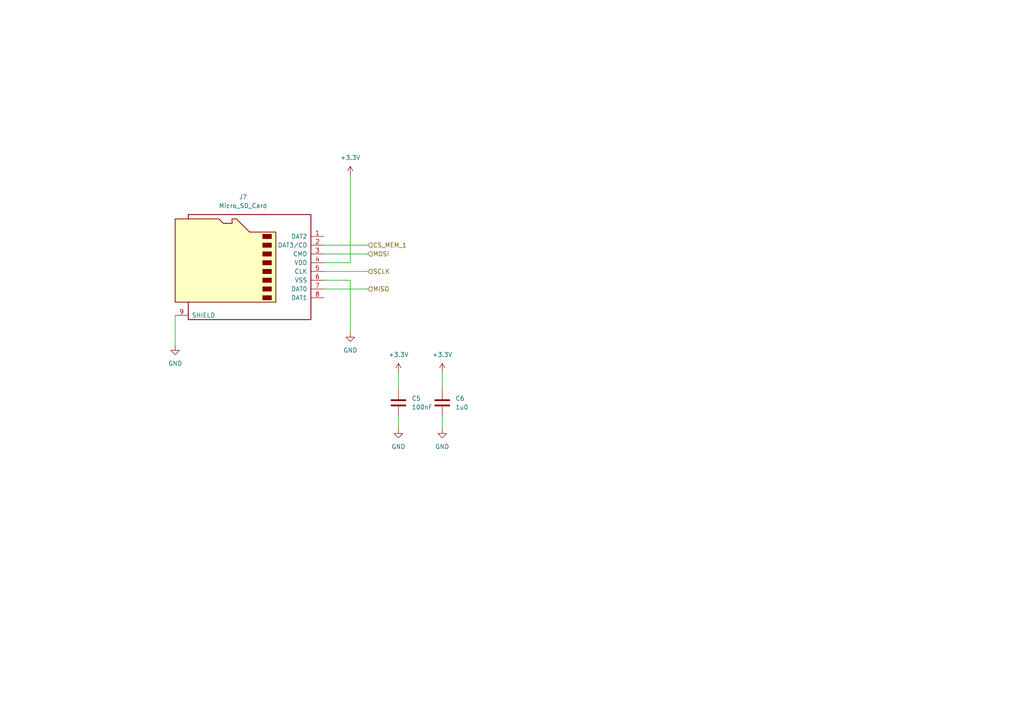
<source format=kicad_sch>
(kicad_sch (version 20231120) (generator "eeschema") (generator_version "8.0")
  (paper "A4")
  (lib_symbols
    (symbol "Connector:Micro_SD_Card" (pin_names (offset 1.016))
      (property "Reference" "J" (at -16.51 15.24 0))
      (property "Value" "Micro_SD_Card" (at 16.51 15.24 0))
      (symbol "Micro_SD_Card_0_1"
        (rectangle (start -7.62 -9.525) (end -5.08 -10.795) (fill (type outline)))
        (rectangle (start -7.62 -6.985) (end -5.08 -8.255) (fill (type outline)))
        (rectangle (start -7.62 -4.445) (end -5.08 -5.715) (fill (type outline)))
        (rectangle (start -7.62 -1.905) (end -5.08 -3.175) (fill (type outline)))
        (rectangle (start -7.62 0.635) (end -5.08 -0.635) (fill (type outline)))
        (rectangle (start -7.62 3.175) (end -5.08 1.905) (fill (type outline)))
        (rectangle (start -7.62 5.715) (end -5.08 4.445) (fill (type outline)))
        (rectangle (start -7.62 8.255) (end -5.08 6.985) (fill (type outline)))
        (polyline (pts (xy 16.51 12.7) (xy 16.51 13.97) (xy -19.05 13.97) (xy -19.05 -16.51) (xy 16.51 -16.51) (xy 16.51 -11.43)) (stroke (width 0.254)))
        (polyline (pts (xy -8.89 -11.43) (xy -8.89 8.89) (xy -1.27 8.89) (xy 2.54 12.7) (xy 3.81 12.7) (xy 3.81 11.43) (xy 6.35 11.43) (xy 7.62 12.7) (xy 20.32 12.7) (xy 20.32 -11.43) (xy -8.89 -11.43)) (stroke (width 0.254)) (fill (type background)))
      )
      (symbol "Micro_SD_Card_1_1"
        (pin bidirectional line (at -22.86 7.62 0) (length 3.81) (name "DAT2") (number "1"))
        (pin bidirectional line (at -22.86 5.08 0) (length 3.81) (name "DAT3/CD") (number "2"))
        (pin input line (at -22.86 2.54 0) (length 3.81) (name "CMD") (number "3"))
        (pin power_in line (at -22.86 0 0) (length 3.81) (name "VDD") (number "4"))
        (pin input line (at -22.86 -2.54 0) (length 3.81) (name "CLK") (number "5"))
        (pin power_in line (at -22.86 -5.08 0) (length 3.81) (name "VSS") (number "6"))
        (pin bidirectional line (at -22.86 -7.62 0) (length 3.81) (name "DAT0") (number "7"))
        (pin bidirectional line (at -22.86 -10.16 0) (length 3.81) (name "DAT1") (number "8"))
        (pin passive line (at 20.32 -15.24 180) (length 3.81) (name "SHIELD") (number "9"))
      )
    )
    (symbol "Device:C" (pin_numbers hide) (pin_names (offset 0.254))
      (property "Reference" "C" (at 0.635 2.54 0))
      (property "Value" "C" (at 0.635 -2.54 0))
      (symbol "C_0_1"
        (polyline (pts (xy -2.032 -0.762) (xy 2.032 -0.762)) (stroke (width 0.508)))
        (polyline (pts (xy -2.032 0.762) (xy 2.032 0.762)) (stroke (width 0.508)))
      )
      (symbol "C_1_1"
        (pin passive line (at 0 3.81 270) (length 2.794) (name "~") (number "1"))
        (pin passive line (at 0 -3.81 90) (length 2.794) (name "~") (number "2"))
      )
    )
    (symbol "power:+3.3V" (power) (pin_numbers hide) (pin_names (offset 0) hide)
      (property "Value" "+3.3V" (at 0 3.556 0))
      (symbol "+3.3V_0_1"
        (polyline (pts (xy -0.762 1.27) (xy 0 2.54)))
        (polyline (pts (xy 0 0) (xy 0 2.54)))
        (polyline (pts (xy 0 2.54) (xy 0.762 1.27)))
      )
      (symbol "+3.3V_1_1"
        (pin power_in line (at 0 0 90) (length 0) (name "~") (number "1"))
      )
    )
    (symbol "power:GND" (power) (pin_numbers hide) (pin_names (offset 0) hide)
      (property "Value" "GND" (at 0 -3.81 0))
      (symbol "GND_0_1"
        (polyline (pts (xy 0 0) (xy 0 -1.27) (xy 1.27 -1.27) (xy 0 -2.54) (xy -1.27 -1.27) (xy 0 -1.27)))
      )
      (symbol "GND_1_1"
        (pin power_in line (at 0 0 270) (length 0) (name "~") (number "1"))
      )
    )
  )
  (wire (pts (xy 93.98 73.66) (xy 106.68 73.66)))
  (wire (pts (xy 101.6 81.28) (xy 101.6 96.52)))
  (wire (pts (xy 50.8 91.44) (xy 50.8 100.33)))
  (wire (pts (xy 128.27 107.95) (xy 128.27 113.03)))
  (wire (pts (xy 115.57 120.65) (xy 115.57 124.46)))
  (wire (pts (xy 93.98 71.12) (xy 106.68 71.12)))
  (wire (pts (xy 93.98 78.74) (xy 106.68 78.74)))
  (wire (pts (xy 115.57 107.95) (xy 115.57 113.03)))
  (wire (pts (xy 101.6 50.8) (xy 101.6 76.2)))
  (wire (pts (xy 93.98 83.82) (xy 106.68 83.82)))
  (wire (pts (xy 128.27 120.65) (xy 128.27 124.46)))
  (wire (pts (xy 93.98 81.28) (xy 101.6 81.28)))
  (wire (pts (xy 93.98 76.2) (xy 101.6 76.2)))
  (hierarchical_label "CS_MEM_1" (shape input) (at 106.68 71.12 0))
  (hierarchical_label "SCLK" (shape input) (at 106.68 78.74 0))
  (hierarchical_label "MISO" (shape input) (at 106.68 83.82 0))
  (hierarchical_label "MOSI" (shape input) (at 106.68 73.66 0))
  (symbol (lib_id "power:GND") (at 101.6 96.52 0) (unit 1)
    (property "Reference" "#PWR012" (effects (hide yes)))
    (property "Value" "GND" (at 101.6 101.6 0))
    (property "Description" "Power symbol creates a global label with name \"GND\" , ground" (effects (hide yes)))
  )
  (symbol (lib_id "Device:C") (at 128.27 116.84 0) (unit 1)
    (property "Reference" "C6" (at 132.08 115.5699 0) (effects (justify left)))
    (property "Value" "1u0" (at 132.08 118.1099 0) (effects (justify left)))
    (property "Footprint" "Capacitor_SMD:C_0603_1608Metric" (effects (hide yes)))
    (property "Description" "Unpolarized capacitor" (effects (hide yes)))
  )
  (symbol (lib_id "power:GND") (at 50.8 100.33 0) (unit 1)
    (property "Reference" "#PWR07" (effects (hide yes)))
    (property "Value" "GND" (at 50.8 105.41 0))
    (property "Description" "Power symbol creates a global label with name \"GND\" , ground" (effects (hide yes)))
  )
  (symbol (lib_id "Device:C") (at 115.57 116.84 0) (unit 1)
    (property "Reference" "C5" (at 119.38 115.5699 0) (effects (justify left)))
    (property "Value" "100nF" (at 119.38 118.1099 0) (effects (justify left)))
    (property "Footprint" "Capacitor_SMD:C_0603_1608Metric" (effects (hide yes)))
    (property "Description" "Unpolarized capacitor" (effects (hide yes)))
  )
  (symbol (lib_id "power:+3.3V") (at 128.27 107.95 0) (unit 1)
    (property "Reference" "#PWR029" (effects (hide yes)))
    (property "Value" "+3.3V" (at 128.27 102.87 0))
    (property "Description" "Power symbol creates a global label with name \"+3.3V\"" (effects (hide yes)))
  )
  (symbol (lib_id "power:+3.3V") (at 115.57 107.95 0) (unit 1)
    (property "Reference" "#PWR027" (effects (hide yes)))
    (property "Value" "+3.3V" (at 115.57 102.87 0))
    (property "Description" "Power symbol creates a global label with name \"+3.3V\"" (effects (hide yes)))
  )
  (symbol (lib_id "power:+3.3V") (at 101.6 50.8 0) (unit 1)
    (property "Reference" "#PWR011" (effects (hide yes)))
    (property "Value" "+3.3V" (at 101.6 45.72 0))
    (property "Description" "Power symbol creates a global label with name \"+3.3V\"" (effects (hide yes)))
  )
  (symbol (lib_id "power:GND") (at 128.27 124.46 0) (unit 1)
    (property "Reference" "#PWR030" (effects (hide yes)))
    (property "Value" "GND" (at 128.27 129.54 0))
    (property "Description" "Power symbol creates a global label with name \"GND\" , ground" (effects (hide yes)))
  )
  (symbol (lib_id "Connector:Micro_SD_Card") (at 71.12 76.2 0) (mirror y) (unit 1)
    (property "Reference" "J7" (at 70.485 57.15 0))
    (property "Value" "Micro_SD_Card" (at 70.485 59.69 0))
    (property "Footprint" "Connector_Card:microSD_HC_Molex_47219-2001" (effects (hide yes)))
    (property "Datasheet" "http://katalog.we-online.de/em/datasheet/693072010801.pdf" (effects (hide yes)))
    (property "Description" "Micro SD Card Socket" (effects (hide yes)))
  )
  (symbol (lib_id "power:GND") (at 115.57 124.46 0) (unit 1)
    (property "Reference" "#PWR028" (effects (hide yes)))
    (property "Value" "GND" (at 115.57 129.54 0))
    (property "Description" "Power symbol creates a global label with name \"GND\" , ground" (effects (hide yes)))
  )
)
</source>
